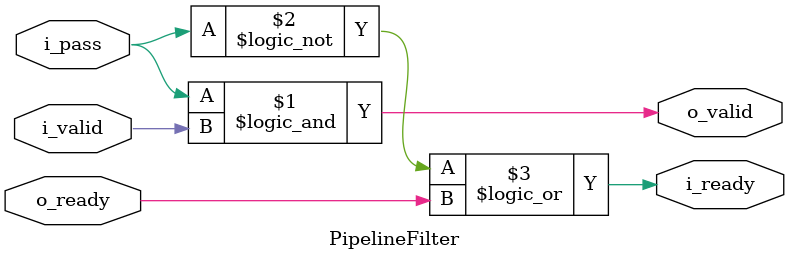
<source format=sv>
module PipelineFilter (
    input i_valid,
    output logic i_ready,
    input i_pass,
    output logic o_valid,
    input o_ready
);

assign o_valid = i_pass && i_valid;
// consume input when the input is not valid to pass to output
assign i_ready = !i_pass || o_ready;

endmodule

</source>
